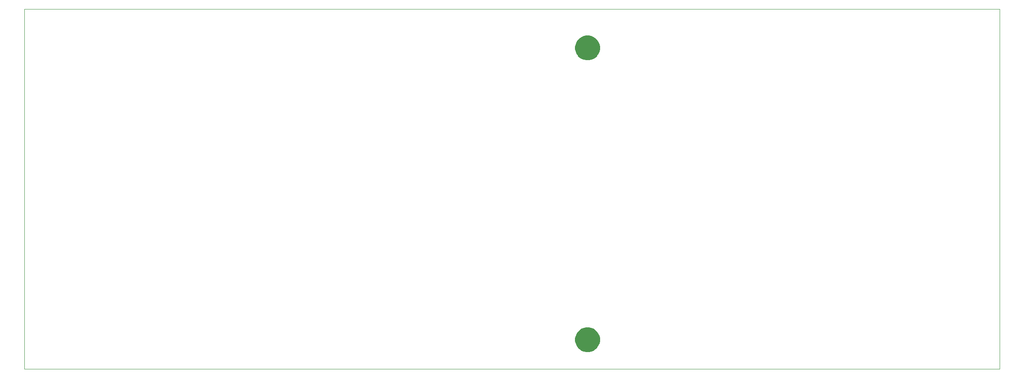
<source format=gbr>
%TF.GenerationSoftware,KiCad,Pcbnew,6.0.0-rc1-unknown-1a22918~65~ubuntu16.04.1*%
%TF.CreationDate,2019-08-07T16:40:55+03:00*%
%TF.ProjectId,BackbonePCB,4261636B626F6E655043422E6B696361,rev?*%
%TF.SameCoordinates,Original*%
%TF.FileFunction,Soldermask,Bot*%
%TF.FilePolarity,Negative*%
%FSLAX46Y46*%
G04 Gerber Fmt 4.6, Leading zero omitted, Abs format (unit mm)*
G04 Created by KiCad (PCBNEW 6.0.0-rc1-unknown-1a22918~65~ubuntu16.04.1) date Wed Aug  7 16:40:55 2019*
%MOMM*%
%LPD*%
G01*
G04 APERTURE LIST*
%ADD10C,0.050000*%
%ADD11C,0.150000*%
G04 APERTURE END LIST*
D10*
X18050000Y-19050000D02*
X18050000Y-93050000D01*
X49050000Y-93050000D02*
X18050000Y-93050000D01*
X218050000Y-93050000D02*
X49050000Y-93050000D01*
X218050000Y-19050000D02*
X218050000Y-93050000D01*
X18050000Y-19050000D02*
X218050000Y-19050000D01*
D11*
G36*
X134294096Y-84597033D02*
X134294098Y-84597034D01*
X134294099Y-84597034D01*
X134758352Y-84789333D01*
X135174284Y-85067250D01*
X135176171Y-85068511D01*
X135531489Y-85423829D01*
X135531491Y-85423832D01*
X135810667Y-85841648D01*
X136002966Y-86305901D01*
X136101000Y-86798748D01*
X136101000Y-87301252D01*
X136002966Y-87794099D01*
X135810667Y-88258352D01*
X135532750Y-88674284D01*
X135531489Y-88676171D01*
X135176171Y-89031489D01*
X135176168Y-89031491D01*
X134758352Y-89310667D01*
X134294099Y-89502966D01*
X134294098Y-89502966D01*
X134294096Y-89502967D01*
X133801253Y-89601000D01*
X133298747Y-89601000D01*
X132805904Y-89502967D01*
X132805902Y-89502966D01*
X132805901Y-89502966D01*
X132341648Y-89310667D01*
X131923832Y-89031491D01*
X131923829Y-89031489D01*
X131568511Y-88676171D01*
X131567250Y-88674284D01*
X131289333Y-88258352D01*
X131097034Y-87794099D01*
X130999000Y-87301252D01*
X130999000Y-86798748D01*
X131097034Y-86305901D01*
X131289333Y-85841648D01*
X131568509Y-85423832D01*
X131568511Y-85423829D01*
X131923829Y-85068511D01*
X131925716Y-85067250D01*
X132341648Y-84789333D01*
X132805901Y-84597034D01*
X132805902Y-84597034D01*
X132805904Y-84597033D01*
X133298747Y-84499000D01*
X133801253Y-84499000D01*
X134294096Y-84597033D01*
X134294096Y-84597033D01*
G37*
G36*
X134294096Y-24597033D02*
X134294098Y-24597034D01*
X134294099Y-24597034D01*
X134758352Y-24789333D01*
X135174284Y-25067250D01*
X135176171Y-25068511D01*
X135531489Y-25423829D01*
X135531491Y-25423832D01*
X135810667Y-25841648D01*
X136002966Y-26305901D01*
X136101000Y-26798748D01*
X136101000Y-27301252D01*
X136002966Y-27794099D01*
X135810667Y-28258352D01*
X135532750Y-28674284D01*
X135531489Y-28676171D01*
X135176171Y-29031489D01*
X135176168Y-29031491D01*
X134758352Y-29310667D01*
X134294099Y-29502966D01*
X134294098Y-29502966D01*
X134294096Y-29502967D01*
X133801253Y-29601000D01*
X133298747Y-29601000D01*
X132805904Y-29502967D01*
X132805902Y-29502966D01*
X132805901Y-29502966D01*
X132341648Y-29310667D01*
X131923832Y-29031491D01*
X131923829Y-29031489D01*
X131568511Y-28676171D01*
X131567250Y-28674284D01*
X131289333Y-28258352D01*
X131097034Y-27794099D01*
X130999000Y-27301252D01*
X130999000Y-26798748D01*
X131097034Y-26305901D01*
X131289333Y-25841648D01*
X131568509Y-25423832D01*
X131568511Y-25423829D01*
X131923829Y-25068511D01*
X131925716Y-25067250D01*
X132341648Y-24789333D01*
X132805901Y-24597034D01*
X132805902Y-24597034D01*
X132805904Y-24597033D01*
X133298747Y-24499000D01*
X133801253Y-24499000D01*
X134294096Y-24597033D01*
X134294096Y-24597033D01*
G37*
M02*

</source>
